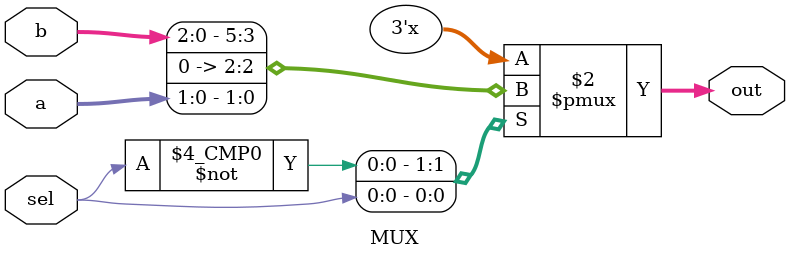
<source format=v>
module MUX(
    input [1:0]a,
    input [2:0]b,
    input sel,
    output reg signed [2:0] out
);

always@(*)begin

    case(sel)
        
        1'b0: out =b;
        1'b1: out = a;
        default: out = 3'b000;
    endcase

end
endmodule
</source>
